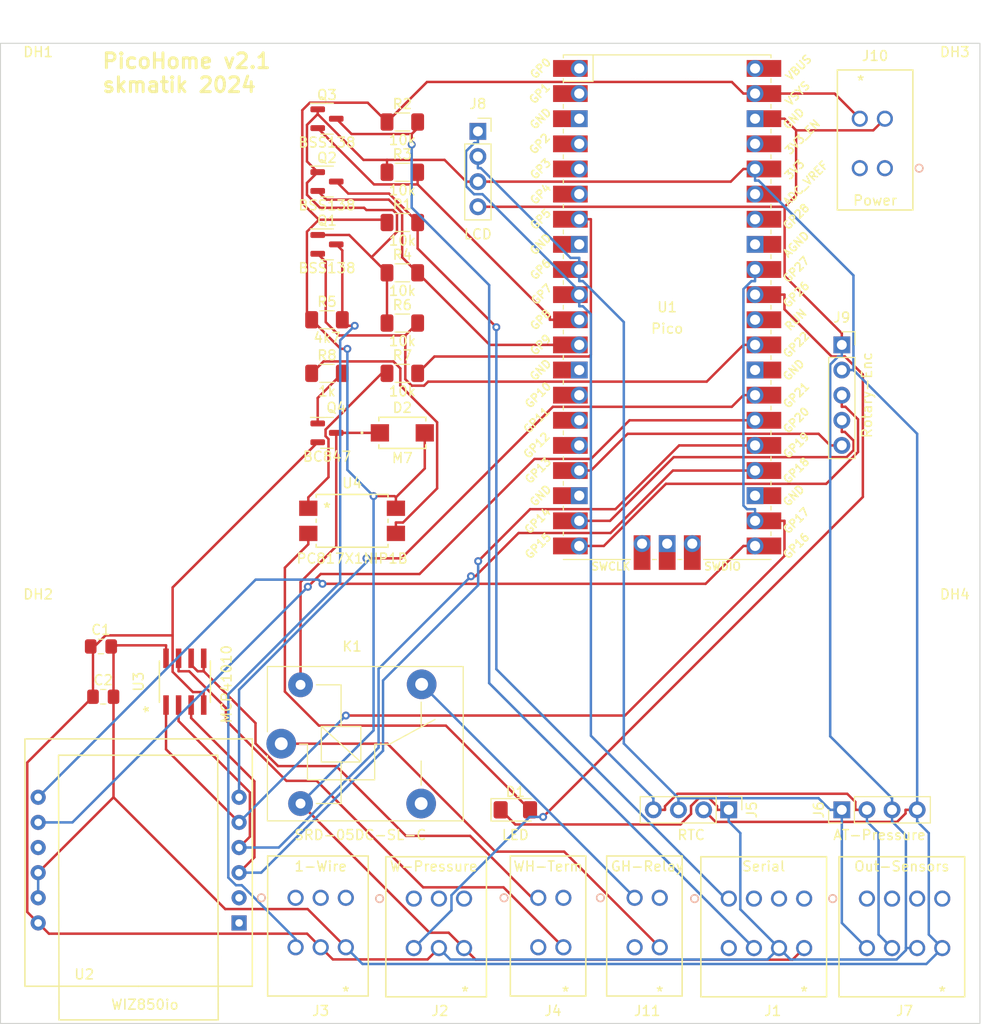
<source format=kicad_pcb>
(kicad_pcb (version 20221018) (generator pcbnew)
  (layers (0 "F.Cu" signal) (31 "B.Cu" signal) (34 "B.Paste" user) (35 "F.Paste" user) (36 "B.SilkS" user "B.Silkscreen") (37 "F.SilkS" user "F.Silkscreen") (38 "B.Mask" user) (39 "F.Mask" user) (44 "Edge.Cuts" user))
  (net 0 "")
  (net 7 "GND")
  (net 9 "+3.3V")
  (net 10 "+5V")
  (net 11 "Net-(D1-A)")
  (net 16 "Net-(Q2-D)")
  (net 22 "Net-(Q3-D)")
  (net 41 "Net-(Q1-D)")
  (net 44 "Net-(U3-PA0)")
  (net 47 "Net-(U3-PB0)")
  (net 48 "Net-(Q4-C)")
  (net 53 "/SDA")
  (net 54 "Net-(J11-Pad1)")
  (net 57 "Net-(J11-Pad4)")
  (net 59 "Net-(Q4-B)")
  (net 60 "Net-(R7-Pad1)")
  (net 61 "Net-(R8-Pad1)")
  (net 64 "/SCL")
  (net 65 "/ADC0")
  (net 66 "/SW")
  (net 67 "/DT")
  (net 68 "/CLK")
  (net 69 "/1-Wire")
  (net 70 "/U-RX")
  (net 71 "/U-TX")
  (net 72 "/REL")
  (net 73 "/MISO")
  (net 74 "/CS")
  (net 75 "/SCK")
  (net 76 "/MOSI")
  (net 77 "/RST")
  (net 78 "/INT")
  (footprint "Package_TO_SOT_SMD:SOT-23" (layer "F.Cu") (at 54.61 59.69)
    (fp_text reference "Q4")
    (fp_text value "BC847")
  )
  (footprint "MountingHole:MountingHole_3.2mm_M3" (layer "F.Cu") (at 25.4 25.4)
    (fp_text reference "DH1")
    (fp_text value "DH1")
  )
  (footprint "M7:SMA&slash_DO-214AC_DTC" (layer "F.Cu") (at 62.23 59.69)
    (fp_text reference "D2")
    (fp_text value "M7")
  )
  (footprint "Capacitor_SMD:C_0805_2012Metric_Pad1.18x1.45mm_HandSolder" (layer "F.Cu") (at 31.9825 86.36)
    (fp_text reference "C2")
    (fp_text value "1uF")
  )
  (footprint "Resistor_SMD:R_1206_3216Metric_Pad1.30x1.75mm_HandSolder" (layer "F.Cu") (at 54.61 53.6725)
    (fp_text reference "R8")
    (fp_text value "1k")
  )
  (footprint "Connector_PinSocket_2.54mm:PinSocket_1x04_P2.54mm_Vertical" (layer "F.Cu") (at 69.875 29.22)
    (fp_text reference "J8")
    (fp_text value "LCD")
  )
  (footprint "Resistor_SMD:R_1206_3216Metric_Pad1.30x1.75mm_HandSolder" (layer "F.Cu") (at 62.23 28.2725)
    (fp_text reference "R2")
    (fp_text value "10k")
  )
  (footprint "Resistor_SMD:R_1206_3216Metric_Pad1.30x1.75mm_HandSolder" (layer "F.Cu") (at 62.23 33.3525)
    (fp_text reference "R3")
    (fp_text value "10k")
  )
  (footprint "Connector_PinHeader_2.54mm:PinHeader_1x04_P2.54mm_Vertical" (layer "F.Cu") (at 106.68 97.79 90)
    (fp_text reference "J6")
    (fp_text value "AT-Pressure")
  )
  (footprint "Connector_PinSocket_2.54mm:PinSocket_1x05_P2.54mm_Vertical" (layer "F.Cu") (at 106.68 50.8)
    (fp_text reference "J9")
    (fp_text value "Rotary-Enc")
  )
  (footprint "Package_TO_SOT_SMD:SOT-23" (layer "F.Cu") (at 54.61 27.94)
    (fp_text reference "Q3")
    (fp_text value "BSS138")
  )
  (footprint "Wago 233-503:233-503" (layer "F.Cu") (at 63.3909 106.76)
    (fp_text reference "J2")
    (fp_text value "W-Pressure")
  )
  (footprint "Wago 233-504:233-504" (layer "F.Cu") (at 109.22 106.76)
    (fp_text reference "J7")
    (fp_text value "Out-Sensors")
  )
  (footprint "Capacitor_SMD:C_0805_2012Metric_Pad1.18x1.45mm_HandSolder" (layer "F.Cu") (at 31.75 81.28)
    (fp_text reference "C1")
    (fp_text value "1uF")
  )
  (footprint "Wago 233-503:233-503" (layer "F.Cu") (at 51.435 106.68)
    (fp_text reference "J3")
    (fp_text value "1-Wire")
  )
  (footprint "MountingHole:MountingHole_3mm" (layer "F.Cu") (at 25.4 80.01)
    (fp_text reference "DH2")
    (fp_text value "DH2")
  )
  (footprint "RPI Pico:RPi_Pico_SMD_TH" (layer "F.Cu") (at 89.015 46.99)
    (fp_text reference "U1")
    (fp_text value "Pico")
  )
  (footprint "Resistor_SMD:R_1206_3216Metric_Pad1.30x1.75mm_HandSolder" (layer "F.Cu") (at 62.23 43.5125)
    (fp_text reference "R4")
    (fp_text value "10k")
  )
  (footprint "MCP41010:SOIC8-N_MC_MCH" (layer "F.Cu") (at 40.2375 84.836 90)
    (fp_text reference "U3")
    (fp_text value "MCP41010")
  )
  (footprint "Resistor_SMD:R_1206_3216Metric_Pad1.30x1.75mm_HandSolder" (layer "F.Cu") (at 54.61 48.26)
    (fp_text reference "R5")
    (fp_text value "4k7")
  )
  (footprint "Resistor_SMD:R_1206_3216Metric_Pad1.30x1.75mm_HandSolder" (layer "F.Cu") (at 62.23 53.6725)
    (fp_text reference "R7")
    (fp_text value "10k")
  )
  (footprint "WIZ850io:WIZ850io" (layer "F.Cu") (at 35.56 109.22 180)
    (fp_text reference "U2")
    (fp_text value "WIZ850io")
  )
  (footprint "Resistor_SMD:R_1206_3216Metric_Pad1.30x1.75mm_HandSolder" (layer "F.Cu") (at 62.23 48.5925)
    (fp_text reference "R6")
    (fp_text value "10k")
  )
  (footprint "PC817:PC817XI_SHP" (layer "F.Cu") (at 57.15 68.58)
    (fp_text reference "U4")
    (fp_text value "PC817X1NIP1B")
  )
  (footprint "Connector_PinHeader_2.54mm:PinHeader_1x04_P2.54mm_Vertical" (layer "F.Cu") (at 95.24 97.79 -90)
    (fp_text reference "J5")
    (fp_text value "RTC")
  )
  (footprint "Wago 233-502:233-502" (layer "F.Cu") (at 75.9818 106.68)
    (fp_text reference "J4")
    (fp_text value "WH-Term")
  )
  (footprint "Package_TO_SOT_SMD:SOT-23" (layer "F.Cu") (at 54.61 34.29)
    (fp_text reference "Q2")
    (fp_text value "BSS138")
  )
  (footprint "MountingHole:MountingHole_3mm" (layer "F.Cu") (at 118.11 80.01)
    (fp_text reference "DH4")
    (fp_text value "DH4")
  )
  (footprint "Package_TO_SOT_SMD:SOT-23" (layer "F.Cu") (at 54.61 40.64)
    (fp_text reference "Q1")
    (fp_text value "BSS138")
  )
  (footprint "Relay_THT:Relay_SPDT_SANYOU_SRD_Series_Form_C" (layer "F.Cu") (at 49.985 91.105)
    (fp_text reference "K1")
    (fp_text value "SRD-05DC-SL-C")
  )
  (footprint "Wago 233-502:233-502" (layer "F.Cu") (at 111.0355 32.94 180)
    (fp_text reference "J10")
    (fp_text value "Power")
  )
  (footprint "LED_SMD:LED_1206_3216Metric_Pad1.42x1.75mm_HandSolder" (layer "F.Cu") (at 73.66 97.79)
    (fp_text reference "D1")
    (fp_text value "LED")
  )
  (footprint "MountingHole:MountingHole_3.2mm_M3" (layer "F.Cu") (at 118.11 25.4)
    (fp_text reference "DH3")
    (fp_text value "DH3")
  )
  (footprint "Resistor_SMD:R_1206_3216Metric_Pad1.30x1.75mm_HandSolder" (layer "F.Cu") (at 62.23 38.4325)
    (fp_text reference "R1")
    (fp_text value "10k")
  )
  (footprint "Wago 233-504:233-504" (layer "F.Cu") (at 95.25 106.76)
    (fp_text reference "J1")
    (fp_text value "Serial")
  )
  (footprint "Wago 233-502:233-502" (layer "F.Cu") (at 85.725 106.68)
    (fp_text reference "J11")
    (fp_text value "GH-Relay")
  )
  (gr_rect (start 21.59 20.32) (end 120.65 119.38) (stroke (width 0.1)) (fill none) (layer "Edge.Cuts"))
  (gr_text "PicoHome v2.1\nskmatik 2024" (at 31.75 25.4) (layer "F.SilkS") (effects (font (size 1.5 1.5) (thickness 0.3) bold) (justify left bottom)))
  (segment (start 106.68 50.8) (end 106.68 49.6247) (width 0.25) (layer "F.Cu") (net 7))
  (segment (start 30.945 86.36) (end 24.2971 93.0079) (width 0.25) (layer "F.Cu") (net 7))
  (segment (start 92.2111 96.6147) (end 91.43 97.3958) (width 0.25) (layer "F.Cu") (net 7))
  (segment (start 111.0355 27.94) (end 109.8602 29.1153) (width 0.25) (layer "F.Cu") (net 7))
  (segment (start 26.4873 110.3073) (end 52.6023 110.3073) (width 0.25) (layer "F.Cu") (net 7))
  (segment (start 30.904 81.4715) (end 30.7125 81.28) (width 0.25) (layer "F.Cu") (net 7))
  (segment (start 32.2176 80.1579) (end 38.9981 80.1579) (width 0.25) (layer "F.Cu") (net 7))
  (segment (start 30.945 81.5125) (end 30.945 86.36) (width 0.25) (layer "F.Cu") (net 7))
  (segment (start 52.6023 110.3073) (end 53.975 111.68) (width 0.25) (layer "F.Cu") (net 7))
  (segment (start 53.6725 60.64) (end 38.9981 75.3144) (width 0.25) (layer "F.Cu") (net 7))
  (segment (start 97.905 27.94) (end 100.8803 27.94) (width 0.25) (layer "F.Cu") (net 7))
  (segment (start 38.9981 80.1579) (end 38.9981 83.8373) (width 0.25) (layer "F.Cu") (net 7))
  (segment (start 102.0556 35.6828) (end 100.8984 36.84) (width 0.25) (layer "F.Cu") (net 7))
  (segment (start 100.8984 36.84) (end 100.8984 43.8431) (width 0.25) (layer "F.Cu") (net 7))
  (segment (start 100.8984 36.84) (end 69.875 36.84) (width 0.25) (layer "F.Cu") (net 7))
  (segment (start 91.43 98.1994) (end 90.3628 99.2666) (width 0.25) (layer "F.Cu") (net 7))
  (segment (start 30.904 81.4715) (end 32.2176 80.1579) (width 0.25) (layer "F.Cu") (net 7))
  (segment (start 42.1425 87.1982) (end 42.1425 85.8879) (width 0.25) (layer "F.Cu") (net 7))
  (segment (start 100.8984 43.8431) (end 106.68 49.6247) (width 0.25) (layer "F.Cu") (net 7))
  (segment (start 91.43 97.3958) (end 91.43 98.1994) (width 0.25) (layer "F.Cu") (net 7))
  (segment (start 94.0647 97.4226) (end 93.2568 96.6147) (width 0.25) (layer "F.Cu") (net 7))
  (segment (start 94.0647 97.79) (end 94.0647 97.4226) (width 0.25) (layer "F.Cu") (net 7))
  (segment (start 73.6491 99.2666) (end 72.1725 97.79) (width 0.25) (layer "F.Cu") (net 7))
  (segment (start 95.24 97.79) (end 94.0647 97.79) (width 0.25) (layer "F.Cu") (net 7))
  (segment (start 102.0556 29.1153) (end 102.0556 35.6828) (width 0.25) (layer "F.Cu") (net 7))
  (segment (start 109.8602 29.1153) (end 102.0556 29.1153) (width 0.25) (layer "F.Cu") (net 7))
  (segment (start 30.904 81.4715) (end 30.945 81.5125) (width 0.25) (layer "F.Cu") (net 7))
  (segment (start 24.2971 93.0079) (end 24.2971 108.1171) (width 0.25) (layer "F.Cu") (net 7))
  (segment (start 90.3628 99.2666) (end 73.6491 99.2666) (width 0.25) (layer "F.Cu") (net 7))
  (segment (start 38.9981 83.8373) (end 41.0487 85.8879) (width 0.25) (layer "F.Cu") (net 7))
  (segment (start 24.2971 108.1171) (end 25.4 109.22) (width 0.25) (layer "F.Cu") (net 7))
  (segment (start 64.7849 112.906) (end 65.9309 111.76) (width 0.25) (layer "F.Cu") (net 7))
  (segment (start 93.2568 96.6147) (end 92.2111 96.6147) (width 0.25) (layer "F.Cu") (net 7))
  (segment (start 55.201 112.906) (end 64.7849 112.906) (width 0.25) (layer "F.Cu") (net 7))
  (segment (start 41.0487 85.8879) (end 42.1425 85.8879) (width 0.25) (layer "F.Cu") (net 7))
  (segment (start 38.9981 75.3144) (end 38.9981 80.1579) (width 0.25) (layer "F.Cu") (net 7))
  (segment (start 102.0556 29.1153) (end 100.8803 27.94) (width 0.25) (layer "F.Cu") (net 7))
  (segment (start 25.4 109.22) (end 26.4873 110.3073) (width 0.25) (layer "F.Cu") (net 7))
  (segment (start 53.975 111.68) (end 55.201 112.906) (width 0.25) (layer "F.Cu") (net 7))
  (segment (start 111.76 97.79) (end 111.76 98.9653) (width 0.25) (layer "B.Cu") (net 7))
  (segment (start 106.68 50.8) (end 106.68 51.9753) (width 0.25) (layer "B.Cu") (net 7))
  (segment (start 113.1612 111.76) (end 113.1612 100.3665) (width 0.25) (layer "B.Cu") (net 7))
  (segment (start 105.5047 52.7832) (end 106.3126 51.9753) (width 0.25) (layer "B.Cu") (net 7))
  (segment (start 95.24 98.9653) (end 96.4153 100.1406) (width 0.25) (layer "B.Cu") (net 7))
  (segment (start 96.4153 107.8453) (end 100.33 111.76) (width 0.25) (layer "B.Cu") (net 7))
  (segment (start 105.5047 90.3594) (end 105.5047 52.7832) (width 0.25) (layer "B.Cu") (net 7))
  (segment (start 95.24 97.79) (end 95.24 98.9653) (width 0.25) (layer "B.Cu") (net 7))
  (segment (start 113.1612 111.76) (end 114.3 111.76) (width 0.25) (layer "B.Cu") (net 7))
  (segment (start 113.1612 100.3665) (end 111.76 98.9653) (width 0.25) (layer "B.Cu") (net 7))
  (segment (start 113.1612 111.9759) (end 113.1612 111.76) (width 0.25) (layer "B.Cu") (net 7))
  (segment (start 101.4887 112.9187) (end 112.2184 112.9187) (width 0.25) (layer "B.Cu") (net 7))
  (segment (start 111.76 97.79) (end 111.76 96.6147) (width 0.25) (layer "B.Cu") (net 7))
  (segment (start 100.33 111.76) (end 99.1713 112.9187) (width 0.25) (layer "B.Cu") (net 7))
  (segment (start 111.76 96.6147) (end 105.5047 90.3594) (width 0.25) (layer "B.Cu") (net 7))
  (segment (start 112.2184 112.9187) (end 113.1612 111.9759) (width 0.25) (layer "B.Cu") (net 7))
  (segment (start 100.33 111.76) (end 101.4887 112.9187) (width 0.25) (layer "B.Cu") (net 7))
  (segment (start 67.0896 112.9187) (end 65.9309 111.76) (width 0.25) (layer "B.Cu") (net 7))
  (segment (start 106.3126 51.9753) (end 106.68 51.9753) (width 0.25) (layer "B.Cu") (net 7))
  (segment (start 96.4153 100.1406) (end 96.4153 107.8453) (width 0.25) (layer "B.Cu") (net 7))
  (segment (start 99.1713 112.9187) (end 67.0896 112.9187) (width 0.25) (layer "B.Cu") (net 7))
  (segment (start 61.6881 39.3661) (end 59.1109 41.9433) (width 0.25) (layer "F.Cu") (net 9))
  (segment (start 58.5964 37.171) (end 61.28 37.171) (width 0.25) (layer "F.Cu") (net 9))
  (segment (start 52.5868 34.4257) (end 52.5868 35.6295) (width 0.25) (layer "F.Cu") (net 9))
  (segment (start 53.6725 27.4775) (end 53.6725 26.99) (width 0.25) (layer "F.Cu") (net 9))
  (segment (start 53.9031 36.9458) (end 58.3712 36.9458) (width 0.25) (layer "F.Cu") (net 9))
  (segment (start 60.68 32.102) (end 58.297 32.102) (width 0.25) (layer "F.Cu") (net 9))
  (segment (start 69.875 34.3) (end 68.6997 34.3) (width 0.25) (layer "F.Cu") (net 9))
  (segment (start 33.02 96.52) (end 44.3182 107.8182) (width 0.25) (layer "F.Cu") (net 9))
  (segment (start 114.3 97.79) (end 113.1247 97.79) (width 0.25) (layer "F.Cu") (net 9))
  (segment (start 60.68 43.5125) (end 59.1109 41.9433) (width 0.25) (layer "F.Cu") (net 9))
  (segment (start 112.2749 99.0071) (end 93.9171 99.0071) (width 0.25) (layer "F.Cu") (net 9))
  (segment (start 33.02 81.5125) (end 32.7875 81.28) (width 0.25) (layer "F.Cu") (net 9))
  (segment (start 38.3325 81.1635) (end 33.369 81.1635) (width 0.25) (layer "F.Cu") (net 9))
  (segment (start 113.1247 97.79) (end 113.1247 98.1573) (width 0.25) (layer "F.Cu") (net 9))
  (segment (start 60.68 33.3525) (end 60.68 32.102) (width 0.25) (layer "F.Cu") (net 9))
  (segment (start 59.1109 41.9433) (end 56.8575 39.69) (width 0.25) (layer "F.Cu") (net 9))
  (segment (start 60.68 32.102) (end 66.5017 32.102) (width 0.25) (layer "F.Cu") (net 9))
  (segment (start 58.3712 36.9458) (end 58.5964 37.171) (width 0.25) (layer "F.Cu") (net 9))
  (segment (start 53.6725 33.34) (end 52.5868 32.2543) (width 0.25) (layer "F.Cu") (net 9))
  (segment (start 33.02 86.36) (end 33.02 81.5125) (width 0.25) (layer "F.Cu") (net 9))
  (segment (start 33.02 96.52) (end 33.02 86.36) (width 0.25) (layer "F.Cu") (net 9))
  (segment (start 58.297 32.102) (end 53.6725 27.4775) (width 0.25) (layer "F.Cu") (net 9))
  (segment (start 25.4 104.14) (end 33.02 96.52) (width 0.25) (layer "F.Cu") (net 9))
  (segment (start 61.6881 37.5791) (end 61.6881 39.3661) (width 0.25) (layer "F.Cu") (net 9))
  (segment (start 60.68 48.5925) (end 60.68 43.5125) (width 0.25) (layer "F.Cu") (net 9))
  (segment (start 113.1247 98.1573) (end 112.2749 99.0071) (width 0.25) (layer "F.Cu") (net 9))
  (segment (start 61.28 37.171) (end 61.6881 37.5791) (width 0.25) (layer "F.Cu") (net 9))
  (segment (start 66.5017 32.102) (end 68.6997 34.3) (width 0.25) (layer "F.Cu") (net 9))
  (segment (start 95.4497 34.3) (end 96.7297 33.02) (width 0.25) (layer "F.Cu") (net 9))
  (segment (start 33.369 81.1635) (end 33.02 81.5125) (width 0.25) (layer "F.Cu") (net 9))
  (segment (start 52.5868 28.5632) (end 53.6725 27.4775) (width 0.25) (layer "F.Cu") (net 9))
  (segment (start 44.3182 107.8182) (end 52.6532 107.8182) (width 0.25) (layer "F.Cu") (net 9))
  (segment (start 93.9171 99.0071) (end 92.7 97.79) (width 0.25) (layer "F.Cu") (net 9))
  (segment (start 56.8575 39.69) (end 53.6725 39.69) (width 0.25) (layer "F.Cu") (net 9))
  (segment (start 97.905 33.02) (end 96.7297 33.02) (width 0.25) (layer "F.Cu") (net 9))
  (segment (start 71.0503 34.3) (end 95.4497 34.3) (width 0.25) (layer "F.Cu") (net 9))
  (segment (start 52.6532 107.8182) (end 56.515 111.68) (width 0.25) (layer "F.Cu") (net 9))
  (segment (start 52.5868 35.6295) (end 53.9031 36.9458) (width 0.25) (layer "F.Cu") (net 9))
  (segment (start 53.6725 33.34) (end 52.5868 34.4257) (width 0.25) (layer "F.Cu") (net 9))
  (segment (start 38.3325 82.4738) (end 38.3325 81.1635) (width 0.25) (layer "F.Cu") (net 9))
  (segment (start 52.5868 32.2543) (end 52.5868 28.5632) (width 0.25) (layer "F.Cu") (net 9))
  (segment (start 69.875 34.3) (end 71.0503 34.3) (width 0.25) (layer "F.Cu") (net 9))
  (segment (start 97.905 33.02) (end 97.905 34.1953) (width 0.25) (layer "B.Cu") (net 9))
  (segment (start 106.68 53.34) (end 107.8553 53.34) (width 0.25) (layer "B.Cu") (net 9))
  (segment (start 107.8553 43.7783) (end 107.8553 53.34) (width 0.25) (layer "B.Cu") (net 9))
  (segment (start 115.4753 100.1406) (end 114.3 98.9653) (width 0.25) (layer "B.Cu") (net 9))
  (segment (start 115.4753 110.3953) (end 115.4753 100.1406) (width 0.25) (layer "B.Cu") (net 9))
  (segment (start 114.3 98.3776) (end 114.3 98.9653) (width 0.25) (layer "B.Cu") (net 9))
  (segment (start 56.515 111.68) (end 58.2041 113.3691) (width 0.25) (layer "B.Cu") (net 9))
  (segment (start 97.905 34.1953) (end 98.2723 34.1953) (width 0.25) (layer "B.Cu") (net 9))
  (segment (start 98.2723 34.1953) (end 107.8553 43.7783) (width 0.25) (layer "B.Cu") (net 9))
  (segment (start 114.3 98.3776) (end 114.3 97.79) (width 0.25) (layer "B.Cu") (net 9))
  (segment (start 114.3 59.7847) (end 107.8553 53.34) (width 0.25) (layer "B.Cu") (net 9))
  (segment (start 58.2041 113.3691) (end 115.2309 113.3691) (width 0.25) (layer "B.Cu") (net 9))
  (segment (start 25.4 106.68) (end 25.4 104.14) (width 0.25) (layer "B.Cu") (net 9))
  (segment (start 116.84 111.76) (end 115.4753 110.3953) (width 0.25) (layer "B.Cu") (net 9))
  (segment (start 115.2309 113.3691) (end 116.84 111.76) (width 0.25) (layer "B.Cu") (net 9))
  (segment (start 114.3 97.79) (end 114.3 59.7847) (width 0.25) (layer "B.Cu") (net 9))
  (segment (start 56.6707 51.1976) (end 55.9976 51.1976) (width 0.25) (layer "F.Cu") (net 10))
  (segment (start 58.7267 26.3192) (end 60.68 28.2725) (width 0.25) (layer "F.Cu") (net 10))
  (segment (start 95.5544 24.2247) (end 96.7297 25.4) (width 0.25) (layer "F.Cu") (net 10))
  (segment (start 66.9202 110.2093) (end 64.9893 110.2093) (width 0.25) (layer "F.Cu") (net 10))
  (segment (start 52.5823 47.7823) (end 53.06 48.26) (width 0.25) (layer "F.Cu") (net 10))
  (segment (start 52.1142 36.474) (end 52.1142 27.0802) (width 0.25) (layer "F.Cu") (net 10))
  (segment (start 60.3979 38.1504) (end 53.7906 38.1504) (width 0.25) (layer "F.Cu") (net 10))
  (segment (start 52.1142 27.0802) (end 52.8752 26.3192) (width 0.25) (layer "F.Cu") (net 10))
  (segment (start 102.87 111.76) (end 101.694 112.936) (width 0.25) (layer "F.Cu") (net 10))
  (segment (start 108.4955 27.94) (end 105.9555 25.4) (width 0.25) (layer "F.Cu") (net 10))
  (segment (start 52.5823 39.3587) (end 52.5823 47.7823) (width 0.25) (layer "F.Cu") (net 10))
  (segment (start 60.68 38.4325) (end 60.3979 38.1504) (width 0.25) (layer "F.Cu") (net 10))
  (segment (start 55.9976 51.1976) (end 53.06 48.26) (width 0.25) (layer "F.Cu") (net 10))
  (segment (start 60.68 28.2725) (end 64.7278 24.2247) (width 0.25) (layer "F.Cu") (net 10))
  (segment (start 53.7906 38.1504) (end 52.1142 36.474) (width 0.25) (layer "F.Cu") (net 10))
  (segment (start 64.9893 110.2093) (end 51.935 97.155) (width 0.25) (layer "F.Cu") (net 10))
  (segment (start 53.7906 38.1504) (end 52.5823 39.3587) (width 0.25) (layer "F.Cu") (net 10))
  (segment (start 52.8752 26.3192) (end 58.7267 26.3192) (width 0.25) (layer "F.Cu") (net 10))
  (segment (start 68.4709 111.76) (end 66.9202 110.2093) (width 0.25) (layer "F.Cu") (net 10))
  (segment (start 64.5005 63.2894) (end 64.5005 59.69) (width 0.25) (layer "F.Cu") (net 10))
  (segment (start 64.7278 24.2247) (end 95.5544 24.2247) (width 0.25) (layer "F.Cu") (net 10))
  (segment (start 101.694 112.936) (end 69.6469 112.936) (width 0.25) (layer "F.Cu") (net 10))
  (segment (start 97.905 25.4) (end 96.7297 25.4) (width 0.25) (layer "F.Cu") (net 10))
  (segment (start 61.4536 66.0845) (end 59.3229 66.0845) (width 0.25) (layer "F.Cu") (net 10))
  (segment (start 61.5795 67.31) (end 61.5795 66.2104) (width 0.25) (layer "F.Cu") (net 10))
  (segment (start 69.6469 112.936) (end 68.4709 111.76) (width 0.25) (layer "F.Cu") (net 10))
  (segment (start 61.5795 66.2104) (end 61.4536 66.0845) (width 0.25) (layer "F.Cu") (net 10))
  (segment (start 105.9555 25.4) (end 97.905 25.4) (width 0.25) (layer "F.Cu") (net 10))
  (segment (start 61.5795 66.2104) (end 64.5005 63.2894) (width 0.25) (layer "F.Cu") (net 10))
  (via (at 59.3229 66.0845) (size 0.8) (drill 0.4) (layers "F.Cu" "B.Cu") (net 10))
  (via (at 56.6707 51.1976) (size 0.8) (drill 0.4) (layers "F.Cu" "B.Cu") (net 10))
  (segment (start 59.3229 89.7671) (end 59.3229 66.0845) (width 0.25) (layer "B.Cu") (net 10))
  (segment (start 51.935 97.155) (end 59.3229 89.7671) (width 0.25) (layer "B.Cu") (net 10))
  (segment (start 56.6707 63.4323) (end 56.6707 51.1976) (width 0.25) (layer "B.Cu") (net 10))
  (segment (start 59.3229 66.0845) (end 56.6707 63.4323) (width 0.25) (layer "B.Cu") (net 10))
  (segment (start 53.7946 89.2796) (end 50.352 85.837) (width 0.25) (layer "F.Cu") (net 11))
  (segment (start 66.6371 89.2796) (end 53.7946 89.2796) (width 0.25) (layer "F.Cu") (net 11))
  (segment (start 50.352 73.3181) (end 52.7205 70.9496) (width 0.25) (layer "F.Cu") (net 11))
  (segment (start 52.7205 69.85) (end 52.7205 70.9496) (width 0.25) (layer "F.Cu") (net 11))
  (segment (start 50.352 85.837) (end 50.352 73.3181) (width 0.25) (layer "F.Cu") (net 11))
  (segment (start 75.1475 97.79) (end 66.6371 89.2796) (width 0.25) (layer "F.Cu") (net 11))
  (segment (start 60.891 35.5081) (end 56.7656 35.5081) (width 0.25) (layer "F.Cu") (net 16))
  (segment (start 71.7398 49.0111) (end 63.78 41.0513) (width 0.25) (layer "F.Cu") (net 16))
  (segment (start 63.78 38.4325) (end 63.78 38.3971) (width 0.25) (layer "F.Cu") (net 16))
  (segment (start 56.7656 35.5081) (end 55.5475 34.29) (width 0.25) (layer "F.Cu") (net 16))
  (segment (start 63.78 41.0513) (end 63.78 38.4325) (width 0.25) (layer "F.Cu") (net 16))
  (segment (start 63.78 38.3971) (end 60.891 35.5081) (width 0.25) (layer "F.Cu") (net 16))
  (via (at 71.7398 49.0111) (size 0.8) (drill 0.4) (layers "F.Cu" "B.Cu") (net 16))
  (segment (start 95.25 106.76) (end 94.9255 106.76) (width 0.25) (layer "B.Cu") (net 16))
  (segment (start 71.7398 83.5743) (end 71.7398 49.0111) (width 0.25) (layer "B.Cu") (net 16))
  (segment (start 94.9255 106.76) (end 71.7398 83.5743) (width 0.25) (layer "B.Cu") (net 16))
  (segment (start 57.0967 29.4892) (end 63.1792 29.4892) (width 0.25) (layer "F.Cu") (net 22))
  (segment (start 55.5475 27.94) (end 57.0967 29.4892) (width 0.25) (layer "F.Cu") (net 22))
  (segment (start 63.78 28.8884) (end 63.78 28.2725) (width 0.25) (layer "F.Cu") (net 22))
  (segment (start 63.1792 29.4892) (end 63.78 28.8884) (width 0.25) (layer "F.Cu") (net 22))
  (segment (start 63.1792 30.5627) (end 63.1792 29.4892) (width 0.25) (layer "F.Cu") (net 22))
  (via (at 63.1792 30.5627) (size 0.8) (drill 0.4) (layers "F.Cu" "B.Cu") (net 22))
  (segment (start 71.0144 84.9844) (end 71.0144 44.7551) (width 0.25) (layer "B.Cu") (net 22))
  (segment (start 97.79 111.76) (end 71.0144 84.9844) (width 0.25) (layer "B.Cu") (net 22))
  (segment (start 63.1792 36.9199) (end 63.1792 30.5627) (width 0.25) (layer "B.Cu") (net 22))
  (segment (start 71.0144 44.7551) (end 63.1792 36.9199) (width 0.25) (layer "B.Cu") (net 22))
  (segment (start 56.16 41.2525) (end 55.5475 40.64) (width 0.25) (layer "F.Cu") (net 41))
  (segment (start 57.4148 48.865) (end 56.765 48.865) (width 0.25) (layer "F.Cu") (net 41))
  (segment (start 56.765 48.865) (end 56.16 48.26) (width 0.25) (layer "F.Cu") (net 41))
  (segment (start 56.16 48.26) (end 56.16 41.2525) (width 0.25) (layer "F.Cu") (net 41))
  (via (at 57.4148 48.865) (size 0.8) (drill 0.4) (layers "F.Cu" "B.Cu") (net 41))
  (segment (start 44.6326 104.6427) (end 45.3999 105.41) (width 0.25) (layer "B.Cu") (net 41))
  (segment (start 51.435 110.8481) (end 51.435 111.68) (width 0.25) (layer "B.Cu") (net 41))
  (segment (start 45.3999 105.41) (end 45.9969 105.41) (width 0.25) (layer "B.Cu") (net 41))
  (segment (start 45.9969 105.41) (end 51.435 110.8481) (width 0.25) (layer "B.Cu") (net 41))
  (segment (start 55.9454 74.7894) (end 44.6326 86.1022) (width 0.25) (layer "B.Cu") (net 41))
  (segment (start 44.6326 86.1022) (end 44.6326 104.6427) (width 0.25) (layer "B.Cu") (net 41))
  (segment (start 55.9454 50.3344) (end 55.9454 74.7894) (width 0.25) (layer "B.Cu") (net 41))
  (segment (start 57.4148 48.865) (end 55.9454 50.3344) (width 0.25) (layer "B.Cu") (net 41))
  (segment (start 47.3796 91.0855) (end 47.3796 89.0212) (width 0.25) (layer "F.Cu") (net 44))
  (segment (start 75.345 106.68) (end 69.0864 100.4214) (width 0.25) (layer "F.Cu") (net 44))
  (segment (start 47.3796 89.0212) (end 42.1425 83.7841) (width 0.25) (layer "F.Cu") (net 44))
  (segment (start 62.597 100.4214) (end 55.5435 93.3679) (width 0.25) (layer "F.Cu") (net 44))
  (segment (start 40.8725 83.1289) (end 41.5277 83.7841) (width 0.25) (layer "F.Cu") (net 44))
  (segment (start 41.5277 83.7841) (end 42.1425 83.7841) (width 0.25) (layer "F.Cu") (net 44))
  (segment (start 69.0864 100.4214) (end 62.597 100.4214) (width 0.25) (layer "F.Cu") (net 44))
  (segment (start 40.8725 82.4738) (end 40.8725 83.1289) (width 0.25) (layer "F.Cu") (net 44))
  (segment (start 49.662 93.3679) (end 47.3796 91.0855) (width 0.25) (layer "F.Cu") (net 44))
  (segment (start 75.9818 106.68) (end 75.345 106.68) (width 0.25) (layer "F.Cu") (net 44))
  (segment (start 42.1425 82.4738) (end 42.1425 83.7841) (width 0.25) (layer "F.Cu") (net 44))
  (segment (start 55.5435 93.3679) (end 49.662 93.3679) (width 0.25) (layer "F.Cu") (net 44))
  (segment (start 78.5218 111.68) (end 72.4636 105.6218) (width 0.25) (layer "F.Cu") (net 47))
  (segment (start 72.4636 105.6218) (end 64.3342 105.6218) (width 0.25) (layer "F.Cu") (net 47))
  (segment (start 40.6756 83.7841) (end 39.6025 83.7841) (width 0.25) (layer "F.Cu") (net 47))
  (segment (start 53.5706 94.8582) (end 50.5052 94.8582) (width 0.25) (layer "F.Cu") (net 47))
  (segment (start 44.3879 87.4964) (end 40.6756 83.7841) (width 0.25) (layer "F.Cu") (net 47))
  (segment (start 64.3342 105.6218) (end 53.5706 94.8582) (width 0.25) (layer "F.Cu") (net 47))
  (segment (start 39.6025 82.4738) (end 39.6025 83.7841) (width 0.25) (layer "F.Cu") (net 47))
  (segment (start 44.3879 88.7409) (end 44.3879 87.4964) (width 0.25) (layer "F.Cu") (net 47))
  (segment (start 50.5052 94.8582) (end 44.3879 88.7409) (width 0.25) (layer "F.Cu") (net 47))
  (segment (start 59.9595 59.69) (end 55.5475 59.69) (width 0.25) (layer "F.Cu") (net 48))
  (segment (start 55.5475 71.1569) (end 55.5475 59.69) (width 0.25) (layer "F.Cu") (net 48))
  (segment (start 51.935 74.7694) (end 55.5475 71.1569) (width 0.25) (layer "F.Cu") (net 48))
  (segment (start 51.935 85.155) (end 51.935 74.7694) (width 0.25) (layer "F.Cu") (net 48))
  (segment (start 69.875 31.76) (end 69.875 32.9353) (width 0.25) (layer "B.Cu") (net 53))
  (segment (start 80.125 43.18) (end 80.125 44.3553) (width 0.25) (layer "B.Cu") (net 53))
  (segment (start 80.125 43.18) (end 80.125 42.0047) (width 0.25) (layer "B.Cu") (net 53))
  (segment (start 79.2423 42.0047) (end 80.125 42.0047) (width 0.25) (layer "B.Cu") (net 53))
  (segment (start 104.3294 96.6147) (end 90.16 96.6147) (width 0.25) (layer "B.Cu") (net 53))
  (segment (start 106.68 109.22) (end 106.68 97.79) (width 0.25) (layer "B.Cu") (net 53))
  (segment (start 84.6294 91.0841) (end 90.16 96.6147) (width 0.25) (layer "B.Cu") (net 53))
  (segment (start 109.22 111.76) (end 106.68 109.22) (width 0.25) (layer "B.Cu") (net 53))
  (segment (start 106.68 97.79) (end 105.5047 97.79) (width 0.25) (layer "B.Cu") (net 53))
  (segment (start 80.4924 44.3553) (end 84.6294 48.4923) (width 0.25) (layer "B.Cu") (net 53))
  (segment (start 80.125 44.3553) (end 80.4924 44.3553) (width 0.25) (layer "B.Cu") (net 53))
  (segment (start 105.5047 97.79) (end 104.3294 96.6147) (width 0.25) (layer "B.Cu") (net 53))
  (segment (start 90.16 97.79) (end 90.16 96.6147) (width 0.25) (layer "B.Cu") (net 53))
  (segment (start 70.1729 32.9353) (end 79.2423 42.0047) (width 0.25) (layer "B.Cu") (net 53))
  (segment (start 69.875 32.9353) (end 70.1729 32.9353) (width 0.25) (layer "B.Cu") (net 53))
  (segment (start 84.6294 48.4923) (end 84.6294 91.0841) (width 0.25) (layer "B.Cu") (net 53))
  (segment (start 85.725 106.645) (end 64.185 85.105) (width 0.25) (layer "B.Cu") (net 54))
  (segment (start 85.725 106.68) (end 85.725 106.645) (width 0.25) (layer "B.Cu") (net 54))
  (segment (start 88.265 111.68) (end 78.5981 102.0131) (width 0.25) (layer "F.Cu") (net 57))
  (segment (start 60.7251 91.105) (end 49.985 91.105) (width 0.25) (layer "F.Cu") (net 57))
  (segment (start 71.6332 102.0131) (end 60.7251 91.105) (width 0.25) (layer "F.Cu") (net 57))
  (segment (start 78.5981 102.0131) (end 71.6332 102.0131) (width 0.25) (layer "F.Cu") (net 57))
  (segment (start 56.16 53.6725) (end 53.6725 56.16) (width 0.25) (layer "F.Cu") (net 59))
  (segment (start 53.6725 56.16) (end 53.6725 58.74) (width 0.25) (layer "F.Cu") (net 59))
  (segment (start 60.1525 53.6725) (end 60.68 53.6725) (width 0.25) (layer "F.Cu") (net 60))
  (segment (start 54.762 60.317) (end 54.4673 60.0223) (width 0.25) (layer "F.Cu") (net 60))
  (segment (start 54.4673 59.3577) (end 60.1525 53.6725) (width 0.25) (layer "F.Cu") (net 60))
  (segment (start 52.7205 66.2104) (end 54.762 64.1689) (width 0.25) (layer "F.Cu") (net 60))
  (segment (start 52.7205 67.31) (end 52.7205 66.2104) (width 0.25) (layer "F.Cu") (net 60))
  (segment (start 54.4673 60.0223) (end 54.4673 59.3577) (width 0.25) (layer "F.Cu") (net 60))
  (segment (start 54.762 64.1689) (end 54.762 60.317) (width 0.25) (layer "F.Cu") (net 60))
  (segment (start 61.5795 68.7504) (end 62.3011 68.7504) (width 0.25) (layer "F.Cu") (net 61))
  (segment (start 61.5795 69.85) (end 61.5795 68.7504) (width 0.25) (layer "F.Cu") (net 61))
  (segment (start 62.3011 68.7504) (end 65.7502 65.3013) (width 0.25) (layer "F.Cu") (net 61))
  (segment (start 65.7502 65.3013) (end 65.7502 58.624) (width 0.25) (layer "F.Cu") (net 61))
  (segment (start 62.0274 54.9012) (end 62.0274 53.1713) (width 0.25) (layer "F.Cu") (net 61))
  (segment (start 54.2619 52.4706) (end 53.06 53.6725) (width 0.25) (layer "F.Cu") (net 61))
  (segment (start 65.7502 58.624) (end 62.0274 54.9012) (width 0.25) (layer "F.Cu") (net 61))
  (segment (start 61.3267 52.4706) (end 54.2619 52.4706) (width 0.25) (layer "F.Cu") (net 61))
  (segment (start 62.0274 53.1713) (end 61.3267 52.4706) (width 0.25) (layer "F.Cu") (net 61))
  (segment (start 108.0447 97.79) (end 108.0447 96.9819) (width 0.25) (layer "F.Cu") (net 64))
  (segment (start 107.2272 96.1644) (end 90.0536 96.1644) (width 0.25) (layer "F.Cu") (net 64))
  (segment (start 90.0536 96.1644) (end 88.7953 97.4227) (width 0.25) (layer "F.Cu") (net 64))
  (segment (start 109.22 97.79) (end 108.0447 97.79) (width 0.25) (layer "F.Cu") (net 64))
  (segment (start 87.62 97.79) (end 88.7953 97.79) (width 0.25) (layer "F.Cu") (net 64))
  (segment (start 108.0447 96.9819) (end 107.2272 96.1644) (width 0.25) (layer "F.Cu") (net 64))
  (segment (start 88.7953 97.4227) (end 88.7953 97.79) (width 0.25) (layer "F.Cu") (net 64))
  (segment (start 87.62 97.79) (end 87.62 96.6147) (width 0.25) (layer "B.Cu") (net 64))
  (segment (start 81.3003 90.295) (end 87.62 96.6147) (width 0.25) (layer "B.Cu") (net 64))
  (segment (start 69.4825 35.57) (end 70.3389 35.57) (width 0.25) (layer "B.Cu") (net 64))
  (segment (start 81.3003 47.7032) (end 81.3003 90.295) (width 0.25) (layer "B.Cu") (net 64))
  (segment (start 80.125 45.3561) (end 80.125 45.72) (width 0.25) (layer "B.Cu") (net 64))
  (segment (start 110.3953 100.1406) (end 109.22 98.9653) (width 0.25) (layer "B.Cu") (net 64))
  (segment (start 69.5077 30.3953) (end 68.6737 31.2293) (width 0.25) (layer "B.Cu") (net 64))
  (segment (start 70.3389 35.57) (end 80.125 45.3561) (width 0.25) (layer "B.Cu") (net 64))
  (segment (start 68.6737 34.7612) (end 69.4825 35.57) (width 0.25) (layer "B.Cu") (net 64))
  (segment (start 68.6737 31.2293) (end 68.6737 34.7612) (width 0.25) (layer "B.Cu") (net 64))
  (segment (start 109.22 97.79) (end 109.22 98.9653) (width 0.25) (layer "B.Cu") (net 64))
  (segment (start 80.4924 46.8953) (end 81.3003 47.7032) (width 0.25) (layer "B.Cu") (net 64))
  (segment (start 80.125 46.8953) (end 80.4924 46.8953) (width 0.25) (layer "B.Cu") (net 64))
  (segment (start 69.875 29.22) (end 69.875 30.3953) (width 0.25) (layer "B.Cu") (net 64))
  (segment (start 111.76 111.76) (end 110.3953 110.3953) (width 0.25) (layer "B.Cu") (net 64))
  (segment (start 80.125 45.72) (end 80.125 46.8953) (width 0.25) (layer "B.Cu") (net 64))
  (segment (start 110.3953 110.3953) (end 110.3953 100.1406) (width 0.25) (layer "B.Cu") (net 64))
  (segment (start 69.875 30.3953) (end 69.5077 30.3953) (width 0.25) (layer "B.Cu") (net 64))
  (segment (start 106.9895 51.9754) (end 108.8064 53.7923) (width 0.25) (layer "F.Cu") (net 65))
  (segment (start 105.6527 51.9754) (end 106.9895 51.9754) (width 0.25) (layer "F.Cu") (net 65))
  (segment (start 100.8803 47.203) (end 105.6527 51.9754) (width 0.25) (layer "F.Cu") (net 65))
  (segment (start 97.905 45.72) (end 100.8803 45.72) (width 0.25) (layer "F.Cu") (net 65))
  (segment (start 108.8064 66.169) (end 76.4683 98.5071) (width 0.25) (layer "F.Cu") (net 65))
  (segment (start 108.8064 53.7923) (end 108.8064 66.169) (width 0.25) (layer "F.Cu") (net 65))
  (segment (start 100.8803 45.72) (end 100.8803 47.203) (width 0.25) (layer "F.Cu") (net 65))
  (via (at 76.4683 98.5071) (size 0.8) (drill 0.4) (layers "F.Cu" "B.Cu") (net 65))
  (segment (start 75.1091 98.5071) (end 67.2009 106.4153) (width 0.25) (layer "B.Cu") (net 65))
  (segment (start 76.4683 98.5071) (end 75.1091 98.5071) (width 0.25) (layer "B.Cu") (net 65))
  (segment (start 67.2009 107.95) (end 63.3909 111.76) (width 0.25) (layer "B.Cu") (net 65))
  (segment (start 67.2009 106.4153) (end 67.2009 107.95) (width 0.25) (layer "B.Cu") (net 65))
  (segment (start 108.3171 61.6276) (end 108.3171 58.3251) (width 0.25) (layer "F.Cu") (net 66))
  (segment (start 108.3171 58.3251) (end 107.0473 57.0553) (width 0.25) (layer "F.Cu") (net 66))
  (segment (start 88.8931 64.8389) (end 105.1058 64.8389) (width 0.25) (layer "F.Cu") (net 66))
  (segment (start 81.3003 71.12) (end 82.612 71.12) (width 0.25) (layer "F.Cu") (net 66))
  (segment (start 107.0473 57.0553) (end 106.68 57.0553) (width 0.25) (layer "F.Cu") (net 66))
  (segment (start 105.1058 64.8389) (end 108.3171 61.6276) (width 0.25) (layer "F.Cu") (net 66))
  (segment (start 82.612 71.12) (end 88.8931 64.8389) (width 0.25) (layer "F.Cu") (net 66))
  (segment (start 106.68 55.88) (end 106.68 57.0553) (width 0.25) (layer "F.Cu") (net 66))
  (segment (start 80.125 71.12) (end 81.3003 71.12) (width 0.25) (layer "F.Cu") (net 66))
  (segment (start 106.68 58.42) (end 106.68 59.5953) (width 0.25) (layer "F.Cu") (net 67))
  (segment (start 83.2413 68.58) (end 89.674 62.1473) (width 0.25) (layer "F.Cu") (net 67))
  (segment (start 107.1605 62.1473) (end 107.8668 61.441) (width 0.25) (layer "F.Cu") (net 67))
  (segment (start 106.9877 59.5953) (end 106.68 59.5953) (width 0.25) (layer "F.Cu") (net 67))
  (segment (start 89.674 62.1473) (end 107.1605 62.1473) (width 0.25) (layer "F.Cu") (net 67))
  (segment (start 107.8668 60.4744) (end 106.9877 59.5953) (width 0.25) (layer "F.Cu") (net 67))
  (segment (start 80.125 68.58) (end 83.2413 68.58) (width 0.25) (layer "F.Cu") (net 67))
  (segment (start 107.8668 61.441) (end 107.8668 60.4744) (width 0.25) (layer "F.Cu") (net 67))
  (segment (start 85.0156 59.7847) (end 104.3294 59.7847) (width 0.25) (layer "F.Cu") (net 68))
  (segment (start 104.3294 59.7847) (end 105.5047 60.96) (width 0.25) (layer "F.Cu") (net 68))
  (segment (start 80.125 63.5) (end 81.3003 63.5) (width 0.25) (layer "F.Cu") (net 68))
  (segment (start 106.68 60.96) (end 105.5047 60.96) (width 0.25) (layer "F.Cu") (net 68))
  (segment (start 81.3003 63.5) (end 85.0156 59.7847) (width 0.25) (layer "F.Cu") (net 68))
  (segment (start 97.905 50.8) (end 96.7297 50.8) (width 0.25) (layer "F.Cu") (net 69))
  (segment (start 63.78 48.5925) (end 62.5302 49.8423) (width 0.25) (layer "F.Cu") (net 69))
  (segment (start 54.484 42.4015) (end 53.6725 41.59) (width 0.25) (layer "F.Cu") (net 69))
  (segment (start 63.1831 54.9207) (end 62.5302 54.2678) (width 0.25) (layer "F.Cu") (net 69))
  (segment (start 64.8355 54.5154) (end 64.4302 54.9207) (width 0.25) (layer "F.Cu") (net 69))
  (segment (start 62.5302 49.8423) (end 55.8329 49.8423) (width 0.25) (layer "F.Cu") (net 69))
  (segment (start 62.5302 54.2678) (end 62.5302 49.8423) (width 0.25) (layer "F.Cu") (net 69))
  (segment (start 96.7297 50.8) (end 93.0143 54.5154) (width 0.25) (layer "F.Cu") (net 69))
  (segment (start 64.4302 54.9207) (end 63.1831 54.9207) (width 0.25) (layer "F.Cu") (net 69))
  (segment (start 55.8329 49.8423) (end 54.484 48.4934) (width 0.25) (layer "F.Cu") (net 69))
  (segment (start 54.484 48.4934) (end 54.484 42.4015) (width 0.25) (layer "F.Cu") (net 69))
  (segment (start 93.0143 54.5154) (end 64.8355 54.5154) (width 0.25) (layer "F.Cu") (net 69))
  (segment (start 80.125 50.8) (end 71.0675 50.8) (width 0.25) (layer "F.Cu") (net 70))
  (segment (start 71.0675 50.8) (end 63.78 43.5125) (width 0.25) (layer "F.Cu") (net 70))
  (segment (start 54.5501 36.1176) (end 60.8635 36.1176) (width 0.25) (layer "F.Cu") (net 70))
  (segment (start 62.2138 41.9463) (end 63.78 43.5125) (width 0.25) (layer "F.Cu") (net 70))
  (segment (start 60.8635 36.1176) (end 62.2138 37.4679) (width 0.25) (layer "F.Cu") (net 70))
  (segment (start 62.2138 37.4679) (end 62.2138 41.9463) (width 0.25) (layer "F.Cu") (net 70))
  (segment (start 53.6725 35.24) (end 54.5501 36.1176) (width 0.25) (layer "F.Cu") (net 70))
  (segment (start 80.125 48.26) (end 77.1497 48.26) (width 0.25) (layer "F.Cu") (net 71))
  (segment (start 77.1497 48.26) (end 77.1497 47.9498) (width 0.25) (layer "F.Cu") (net 71))
  (segment (start 63.78 34.5801) (end 59.3626 34.5801) (width 0.25) (layer "F.Cu") (net 71))
  (segment (start 77.1497 47.9498) (end 63.78 34.5801) (width 0.25) (layer "F.Cu") (net 71))
  (segment (start 63.78 34.5801) (end 63.78 33.3525) (width 0.25) (layer "F.Cu") (net 71))
  (segment (start 59.3626 34.5801) (end 53.6725 28.89) (width 0.25) (layer "F.Cu") (net 71))
  (segment (start 81.3003 38.1) (end 81.3003 51.7886) (width 0.25) (layer "F.Cu") (net 72))
  (segment (start 81.1135 51.9754) (end 65.4771 51.9754) (width 0.25) (layer "F.Cu") (net 72))
  (segment (start 65.4771 51.9754) (end 63.78 53.6725) (width 0.25) (layer "F.Cu") (net 72))
  (segment (start 81.3003 51.7886) (end 81.1135 51.9754) (width 0.25) (layer "F.Cu") (net 72))
  (segment (start 80.125 38.1) (end 81.3003 38.1) (width 0.25) (layer "F.Cu") (net 72))
  (segment (start 92.9052 74.9445) (end 54.1543 74.9445) (width 0.25) (layer "F.Cu") (net 73))
  (segment (start 97.905 71.12) (end 96.7297 71.12) (width 0.25) (layer "F.Cu") (net 73))
  (segment (start 96.7297 71.12) (end 92.9052 74.9445) (width 0.25) (layer "F.Cu") (net 73))
  (via (at 54.1543 74.9445) (size 0.8) (drill 0.4) (layers "F.Cu" "B.Cu") (net 73))
  (segment (start 53.7315 74.5217) (end 54.1543 74.9445) (width 0.25) (layer "B.Cu") (net 73))
  (segment (start 47.3983 74.5217) (end 53.7315 74.5217) (width 0.25) (layer "B.Cu") (net 73))
  (segment (start 25.4 96.52) (end 47.3983 74.5217) (width 0.25) (layer "B.Cu") (net 73))
  (segment (start 38.3325 91.6725) (end 38.3325 87.1982) (width 0.25) (layer "F.Cu") (net 74))
  (segment (start 97.905 68.58) (end 100.8803 68.58) (width 0.25) (layer "F.Cu") (net 74))
  (segment (start 100.8803 72.1252) (end 84.7461 88.2594) (width 0.25) (layer "F.Cu") (net 74))
  (segment (start 84.7461 88.2594) (end 56.5206 88.2594) (width 0.25) (layer "F.Cu") (net 74))
  (segment (start 100.8803 68.58) (end 100.8803 72.1252) (width 0.25) (layer "F.Cu") (net 74))
  (segment (start 45.72 99.06) (end 38.3325 91.6725) (width 0.25) (layer "F.Cu") (net 74))
  (via (at 56.5206 88.2594) (size 0.8) (drill 0.4) (layers "F.Cu" "B.Cu") (net 74))
  (segment (start 97.905 43.18) (end 97.905 44.3553) (width 0.25) (layer "B.Cu") (net 74))
  (segment (start 97.5376 44.3553) (end 97.905 44.3553) (width 0.25) (layer "B.Cu") (net 74))
  (segment (start 45.72 99.06) (end 56.5206 88.2594) (width 0.25) (layer "B.Cu") (net 74))
  (segment (start 96.7297 45.1632) (end 97.5376 44.3553) (width 0.25) (layer "B.Cu") (net 74))
  (segment (start 97.097 67.4047) (end 96.7297 67.0374) (width 0.25) (layer "B.Cu") (net 74))
  (segment (start 97.905 67.4047) (end 97.097 67.4047) (width 0.25) (layer "B.Cu") (net 74))
  (segment (start 96.7297 67.0374) (end 96.7297 45.1632) (width 0.25) (layer "B.Cu") (net 74))
  (segment (start 97.905 68.58) (end 97.905 67.4047) (width 0.25) (layer "B.Cu") (net 74))
  (segment (start 83.2853 69.8097) (end 89.595 63.5) (width 0.25) (layer "F.Cu") (net 75))
  (segment (start 46.8105 100.5095) (end 46.8105 96.0264) (width 0.25) (layer "F.Cu") (net 75))
  (segment (start 73.9874 69.8097) (end 83.2853 69.8097) (width 0.25) (layer "F.Cu") (net 75))
  (segment (start 89.595 63.5) (end 97.905 63.5) (width 0.25) (layer "F.Cu") (net 75))
  (segment (start 46.8105 96.0264) (end 39.6025 88.8184) (width 0.25) (layer "F.Cu") (net 75))
  (segment (start 45.72 101.6) (end 46.8105 100.5095) (width 0.25) (layer "F.Cu") (net 75))
  (segment (start 69.6122 74.1849) (end 73.9874 69.8097) (width 0.25) (layer "F.Cu") (net 75))
  (segment (start 39.6025 88.8184) (end 39.6025 87.1982) (width 0.25) (layer "F.Cu") (net 75))
  (segment (start 69.1746 74.1849) (end 69.6122 74.1849) (width 0.25) (layer "F.Cu") (net 75))
  (via (at 69.1746 74.1849) (size 0.8) (drill 0.4) (layers "F.Cu" "B.Cu") (net 75))
  (segment (start 59.8287 91.5065) (end 49.7352 101.6) (width 0.25) (layer "B.Cu") (net 75))
  (segment (start 59.8287 83.5308) (end 59.8287 91.5065) (width 0.25) (layer "B.Cu") (net 75))
  (segment (start 49.7352 101.6) (end 45.72 101.6) (width 0.25) (layer "B.Cu") (net 75))
  (segment (start 69.1746 74.1849) (end 59.8287 83.5308) (width 0.25) (layer "B.Cu") (net 75))
  (segment (start 47.2729 102.5871) (end 45.72 104.14) (width 0.25) (layer "F.Cu") (net 76))
  (segment (start 97.905 60.96) (end 90.2244 60.96) (width 0.25) (layer "F.Cu") (net 76))
  (segment (start 90.2244 60.96) (end 83.7798 67.4046) (width 0.25) (layer "F.Cu") (net 76))
  (segment (start 47.2729 94.9089) (end 47.2729 102.5871) (width 0.25) (layer "F.Cu") (net 76))
  (segment (start 40.8725 87.1982) (end 40.8725 88.5085) (width 0.25) (layer "F.Cu") (net 76))
  (segment (start 40.8725 88.5085) (end 47.2729 94.9089) (width 0.25) (layer "F.Cu") (net 76))
  (segment (start 83.7798 67.4046) (end 75.1551 67.4046) (width 0.25) (layer "F.Cu") (net 76))
  (segment (start 75.1551 67.4046) (end 69.9 72.6597) (width 0.25) (layer "F.Cu") (net 76))
  (via (at 69.9 72.6597) (size 0.8) (drill 0.4) (layers "F.Cu" "B.Cu") (net 76))
  (segment (start 47.9558 104.14) (end 60.2791 91.8167) (width 0.25) (layer "B.Cu") (net 76))
  (segment (start 45.72 104.14) (end 47.9558 104.14) (width 0.25) (layer "B.Cu") (net 76))
  (segment (start 60.2791 91.8167) (end 60.2791 84.7158) (width 0.25) (layer "B.Cu") (net 76))
  (segment (start 69.9 75.0949) (end 69.9 72.6597) (width 0.25) (layer "B.Cu") (net 76))
  (segment (start 60.2791 84.7158) (end 69.9 75.0949) (width 0.25) (layer "B.Cu") (net 76))
  (segment (start 85.205 58.42) (end 97.905 58.42) (width 0.25) (layer "F.Cu") (net 77))
  (segment (start 53.9711 73.9553) (end 63.9698 73.9553) (width 0.25) (layer "F.Cu") (net 77))
  (segment (start 81.3004 62.3246) (end 85.205 58.42) (width 0.25) (layer "F.Cu") (net 77))
  (segment (start 63.9698 73.9553) (end 75.6005 62.3246) (width 0.25) (layer "F.Cu") (net 77))
  (segment (start 75.6005 62.3246) (end 81.3004 62.3246) (width 0.25) (layer "F.Cu") (net 77))
  (segment (start 52.6784 75.248) (end 53.9711 73.9553) (width 0.25) (layer "F.Cu") (net 77))
  (via (at 52.6784 75.248) (size 0.8) (drill 0.4) (layers "F.Cu" "B.Cu") (net 77))
  (segment (start 28.8664 99.06) (end 52.6784 75.248) (width 0.25) (layer "B.Cu") (net 77))
  (segment (start 25.4 99.06) (end 28.8664 99.06) (width 0.25) (layer "B.Cu") (net 77))
  (segment (start 62.1361 72.3724) (end 77.4532 57.0553) (width 0.25) (layer "F.Cu") (net 78))
  (segment (start 77.4532 57.0553) (end 95.5544 57.0553) (width 0.25) (layer "F.Cu") (net 78))
  (segment (start 97.905 55.88) (end 96.7297 55.88) (width 0.25) (layer "F.Cu") (net 78))
  (segment (start 58.5975 72.3724) (end 62.1361 72.3724) (width 0.25) (layer "F.Cu") (net 78))
  (segment (start 95.5544 57.0553) (end 96.7297 55.88) (width 0.25) (layer "F.Cu") (net 78))
  (via (at 58.5975 72.3724) (size 0.8) (drill 0.4) (layers "F.Cu" "B.Cu") (net 78))
  (segment (start 58.5975 72.7742) (end 58.5975 72.3724) (width 0.25) (layer "B.Cu") (net 78))
  (segment (start 45.72 96.52) (end 45.72 85.6517) (width 0.25) (layer "B.Cu") (net 78))
  (segment (start 45.72 85.6517) (end 58.5975 72.7742) (width 0.25) (layer "B.Cu") (net 78))
)
</source>
